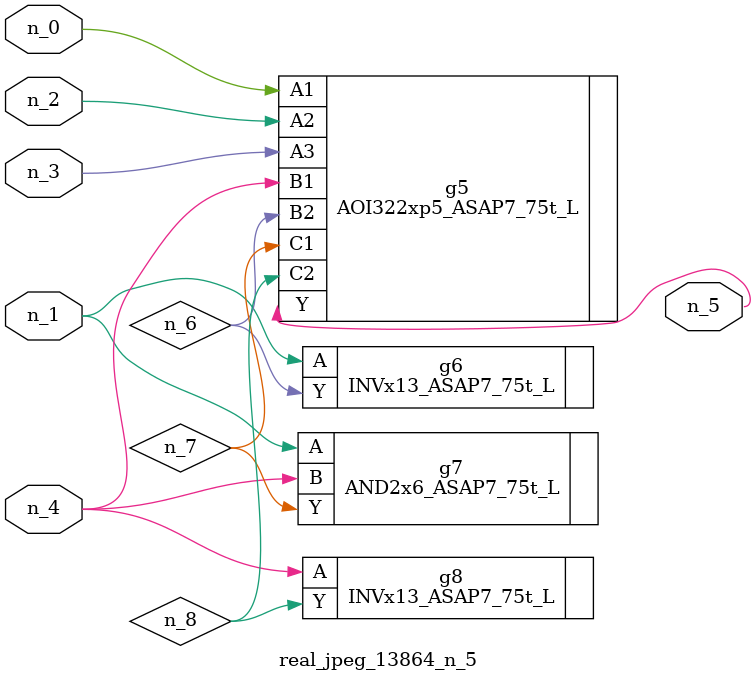
<source format=v>
module real_jpeg_13864_n_5 (n_4, n_0, n_1, n_2, n_3, n_5);

input n_4;
input n_0;
input n_1;
input n_2;
input n_3;

output n_5;

wire n_8;
wire n_6;
wire n_7;

AOI322xp5_ASAP7_75t_L g5 ( 
.A1(n_0),
.A2(n_2),
.A3(n_3),
.B1(n_4),
.B2(n_6),
.C1(n_7),
.C2(n_8),
.Y(n_5)
);

INVx13_ASAP7_75t_L g6 ( 
.A(n_1),
.Y(n_6)
);

AND2x6_ASAP7_75t_L g7 ( 
.A(n_1),
.B(n_4),
.Y(n_7)
);

INVx13_ASAP7_75t_L g8 ( 
.A(n_4),
.Y(n_8)
);


endmodule
</source>
